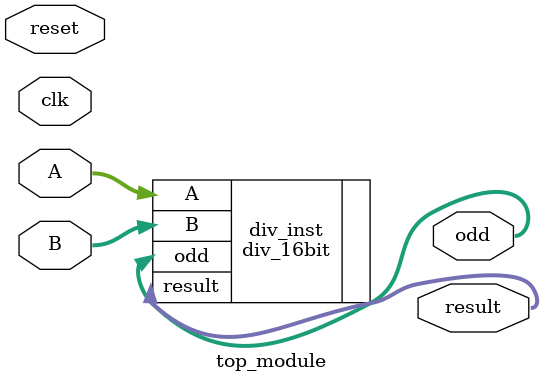
<source format=v>
module top_module(
    input wire clk,
    input wire reset,
    input wire [7:0] A,
    input wire [7:0] B,
    output wire [15:0] result,
    output wire [15:0] odd
    );

div_16bit div_inst(
    .A(A),
    .B(B),
    .result(result),
    .odd(odd)
    );

endmodule
</source>
